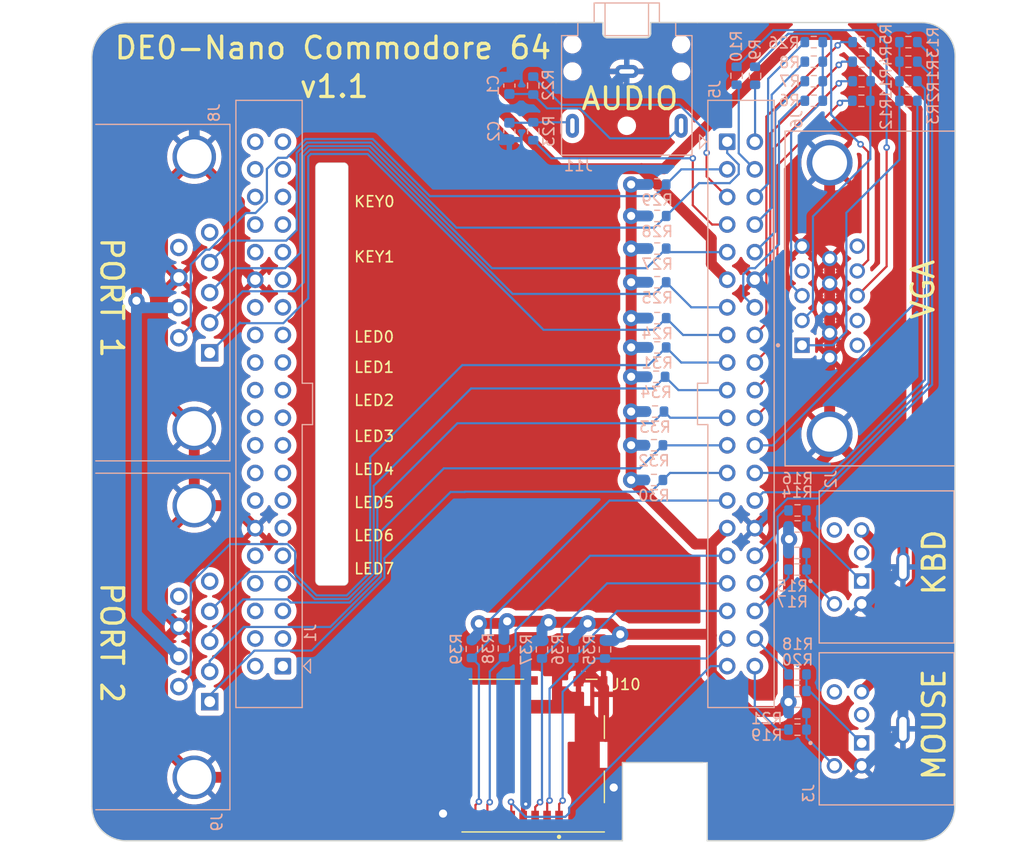
<source format=kicad_pcb>
(kicad_pcb (version 20240108) (generator "pcbnew") (generator_version "8.0")
  (title_block (title "DE0-NANO_RGB2VGA") (date "2024-01-05") (rev "012") (company "Brian K. White - b.kenyon.w@gmail.com") (comment 1 "github.com/bkw777/rgb2vga") (comment 2 "Based on FPGA RGB2VGA by Luis Antoniosi"))
  (layers (0 "F.Cu" signal "Top") (31 "B.Cu" signal "Bottom") (34 "B.Paste" user) (35 "F.Paste" user) (36 "B.SilkS" user "B.Silkscreen") (37 "F.SilkS" user "F.Silkscreen") (38 "B.Mask" user) (39 "F.Mask" user) (44 "Edge.Cuts" user))
  (net 0 "")
  (net 1 "GND")
  (net 2 "+5V")
  (net 3 "/R2")
  (net 4 "/R1")
  (net 5 "/R0")
  (net 6 "/G2")
  (net 7 "/G1")
  (net 8 "/G0")
  (net 9 "/B1")
  (net 10 "/B2")
  (net 11 "/B0")
  (net 12 "/HS")
  (net 13 "/VS")
  (net 20 "/VGA_V")
  (net 21 "/VGA_H")
  (net 22 "/VGA_B")
  (net 23 "/VGA_G")
  (net 24 "/VGA_R")
  (net 48 "unconnected-(J1-Pin_27-Pad27)")
  (net 49 "+3V3")
  (net 51 "unconnected-(J1-Pin_32-Pad32)")
  (net 56 "Net-(J2-Pad1)")
  (net 58 "Net-(J2-Pad5)")
  (net 60 "Net-(J3-Pad1)")
  (net 62 "Net-(J3-Pad5)")
  (net 64 "/J1_UP")
  (net 65 "/J1_DOWN")
  (net 66 "/J1_LEFT")
  (net 67 "/J1_RIGHT")
  (net 68 "/J1_FIRE")
  (net 73 "/J2_UP")
  (net 74 "/B3")
  (net 75 "/J2_DOWN")
  (net 76 "/J2_LEFT")
  (net 77 "/J2_RIGHT")
  (net 78 "/J2_FIRE")
  (net 79 "/G3")
  (net 80 "/PWM_L")
  (net 81 "/PWM_R")
  (net 82 "/SD_DAT0")
  (net 83 "/SD_DAT1")
  (net 84 "/R3")
  (net 85 "/SD_DAT2")
  (net 86 "/PS2_0_DAT")
  (net 87 "/SD_DAT3")
  (net 88 "/PS2_0_CLK")
  (net 89 "/SD_CLK")
  (net 90 "/PS2_1_DAT")
  (net 91 "/SD_CMD")
  (net 92 "/PS2_1_CLK")
  (net 98 "unconnected-(J1-Pin_29-Pad29)")
  (net 99 "Net-(C1-Pad1)")
  (net 100 "Net-(C2-Pad1)")
  (footprint "000_LOCAL:DE0-Nano_bare" (layer "F.Cu") (at 143.1925 103.652 -90)
    (property "Reference" "DE0-Nano" (hide yes))
    (property "Value" "DE0-Nano_bare")
  )
  (footprint "000_LOCAL:MOLEX_503398-1892" (layer "F.Cu") (at 145.7825 133.33 180)
    (property "Reference" "J10")
    (property "Value" "SD_Card")
  )
  (footprint "000_LOCAL:AMPHENOL_ICD15S13E4GV00LF" (layer "B.Cu") (at 173.0525 91.26 -90)
    (property "Reference" "J6")
    (property "Value" "VGA")
  )
  (footprint "Capacitor_SMD:C_0603_1608Metric" (layer "B.Cu") (at 143.5925 71.665 90)
    (property "Reference" "C1")
    (property "Value" "10n")
  )
  (footprint "Capacitor_SMD:C_0603_1608Metric" (layer "B.Cu") (at 143.5925 75.865 -90)
    (property "Reference" "C2")
    (property "Value" "10n")
  )
  (footprint "Resistor_SMD:R_0603_1608Metric" (layer "B.Cu") (at 180.2925 69.465 180)
    (property "Reference" "R1")
    (property "Value" "1k")
  )
  (footprint "Resistor_SMD:R_0603_1608Metric" (layer "B.Cu") (at 180.2925 71.265 180)
    (property "Reference" "R2")
    (property "Value" "2k")
  )
  (footprint "Resistor_SMD:R_0603_1608Metric" (layer "B.Cu") (at 180.2925 73.065 180)
    (property "Reference" "R3")
    (property "Value" "3.9K")
  )
  (footprint "Resistor_SMD:R_0603_1608Metric" (layer "B.Cu") (at 175.9925 69.465)
    (property "Reference" "R4")
    (property "Value" "2k")
  )
  (footprint "Resistor_SMD:R_0603_1608Metric" (layer "B.Cu") (at 175.9925 67.665)
    (property "Reference" "R5")
    (property "Value" "3.9K")
  )
  (footprint "Resistor_SMD:R_0603_1608Metric" (layer "B.Cu") (at 171.5925 73.065)
    (property "Reference" "R6")
    (property "Value" "510")
  )
  (footprint "Resistor_SMD:R_0603_1608Metric" (layer "B.Cu") (at 171.5925 71.265)
    (property "Reference" "R7")
    (property "Value" "1k")
  )
  (footprint "Resistor_SMD:R_0603_1608Metric" (layer "B.Cu") (at 171.5925 69.465)
    (property "Reference" "R8")
    (property "Value" "2k")
  )
  (footprint "Resistor_SMD:R_0603_1608Metric" (layer "B.Cu") (at 166.1925 70.765 90)
    (property "Reference" "R9")
    (property "Value" "47")
  )
  (footprint "Resistor_SMD:R_0603_1608Metric" (layer "B.Cu") (at 164.4925 70.765 90)
    (property "Reference" "R10")
    (property "Value" "47")
  )
  (footprint "Resistor_SMD:R_0603_1608Metric" (layer "B.Cu") (at 175.9925 71.265)
    (property "Reference" "R11")
    (property "Value" "1k")
  )
  (footprint "Resistor_SMD:R_0603_1608Metric" (layer "B.Cu") (at 175.9675 73.065)
    (property "Reference" "R12")
    (property "Value" "510")
  )
  (footprint "Resistor_SMD:R_0603_1608Metric" (layer "B.Cu") (at 180.2925 67.665 180)
    (property "Reference" "R13")
    (property "Value" "510")
  )
  (footprint "Resistor_SMD:R_0603_1608Metric" (layer "B.Cu") (at 170.0925 112.24 180)
    (property "Reference" "R14")
    (property "Value" "2K")
  )
  (footprint "Resistor_SMD:R_0603_1608Metric" (layer "B.Cu") (at 170.0925 114.681 180)
    (property "Reference" "R15")
    (property "Value" "2K")
  )
  (footprint "Resistor_SMD:R_0603_1608Metric" (layer "B.Cu") (at 170.0925 110.765)
    (property "Reference" "R16")
    (property "Value" "120")
  )
  (footprint "Resistor_SMD:R_0603_1608Metric" (layer "B.Cu") (at 170.0925 116.205)
    (property "Reference" "R17")
    (property "Value" "120")
  )
  (footprint "Resistor_SMD:R_0603_1608Metric" (layer "B.Cu") (at 170.0925 125.857)
    (property "Reference" "R18")
    (property "Value" "120")
  )
  (footprint "Resistor_SMD:R_0603_1608Metric" (layer "B.Cu") (at 170.0925 130.937)
    (property "Reference" "R19")
    (property "Value" "120")
  )
  (footprint "Resistor_SMD:R_0603_1608Metric" (layer "B.Cu") (at 170.0925 127.381 180)
    (property "Reference" "R20")
    (property "Value" "2K")
  )
  (footprint "Resistor_SMD:R_0603_1608Metric" (layer "B.Cu") (at 170.0925 129.413 180)
    (property "Reference" "R21")
    (property "Value" "2K")
  )
  (footprint "Resistor_SMD:R_0603_1608Metric" (layer "B.Cu") (at 145.7925 71.665 -90)
    (property "Reference" "R22")
    (property "Value" "4.7k")
  )
  (footprint "Resistor_SMD:R_0603_1608Metric" (layer "B.Cu") (at 145.7925 75.865 90)
    (property "Reference" "R23")
    (property "Value" "4.7k")
  )
  (footprint "Resistor_SMD:R_0603_1608Metric" (layer "B.Cu") (at 157.1925 93.065)
    (property "Reference" "R24")
    (property "Value" "10k")
  )
  (footprint "Resistor_SMD:R_0603_1608Metric" (layer "B.Cu") (at 157.1925 89.765)
    (property "Reference" "R25")
    (property "Value" "10k")
  )
  (footprint "Resistor_SMD:R_0603_1608Metric" (layer "B.Cu") (at 171.5925 67.665)
    (property "Reference" "R26")
    (property "Value" "3.9K")
  )
  (footprint "Resistor_SMD:R_0603_1608Metric" (layer "B.Cu") (at 157.1925 86.665)
    (property "Reference" "R27")
    (property "Value" "10k")
  )
  (footprint "000_LOCAL:CUI_MD-60S" (layer "B.Cu") (at 179.7925 115.965 -90)
    (property "Reference" "J2")
    (property "Value" "PS2_0")
  )
  (footprint "000_LOCAL:PinSocket_2x20_P2.54mm_Polarized_Vertical" (layer "B.Cu") (at 122.76 125.095)
    (property "Reference" "J1")
    (property "Value" "GPIO_0")
  )
  (footprint "Resistor_SMD:R_0603_1608Metric" (layer "B.Cu") (at 157.1925 83.665)
    (property "Reference" "R28")
    (property "Value" "10k")
  )
  (footprint "000_LOCAL:CUI_MD-60S" (layer "B.Cu") (at 179.7925 130.865 -90)
    (property "Reference" "J3")
    (property "Value" "PS2_1")
  )
  (footprint "000_LOCAL:PinSocket_2x20_P2.54mm_Polarized_Vertical" (layer "B.Cu") (at 163.6286 76.835 180)
    (property "Reference" "J5")
    (property "Value" "GPIO_1")
  )
  (footprint "Connector_Dsub:DSUB-9_Male_Horizontal_P2.77x2.84mm_EdgePinOffset7.70mm_Housed_MountingHolesOffset9.12mm" (layer "B.Cu") (at 116.0325 96.26 90)
    (property "Reference" "J8")
    (property "Value" "JOYSTICK_1")
  )
  (footprint "Resistor_SMD:R_0603_1608Metric" (layer "B.Cu") (at 156.8925 107.965)
    (property "Reference" "R30")
    (property "Value" "10k")
  )
  (footprint "Resistor_SMD:R_0603_1608Metric" (layer "B.Cu") (at 157.1925 95.765)
    (property "Reference" "R31")
    (property "Value" "10k")
  )
  (footprint "000_LOCAL:Jack_3.5mm_CUI_SJ1-3523N_Horizontal" (layer "B.Cu") (at 154.3925 70.365)
    (property "Reference" "J11")
    (property "Value" "AUDIO")
    (fp_line (start -2.2 -4.5) (end -6.5 -4.5) (stroke (width 0.12)) (layer "Edge.Cuts"))
    (fp_line (start -2.2 -3.5) (end -2.2 -4.5) (stroke (width 0.12)) (layer "Edge.Cuts"))
    (fp_line (start 1.8 -3.1) (end -1.8 -3.1) (stroke (width 0.12)) (layer "Edge.Cuts"))
    (fp_line (start 2.2 -4.5) (end 6.5 -4.5) (stroke (width 0.12)) (layer "Edge.Cuts"))
    (fp_line (start 2.2 -3.5) (end 2.2 -4.5) (stroke (width 0.12)) (layer "Edge.Cuts"))
    (fp_arc (start -1.8 -3.1) (mid -2.082842 -3.217158) (end -2.2 -3.5) (stroke (width 0.12)) (layer "Edge.Cuts"))
    (fp_arc (start 2.2 -3.5) (mid 2.082843 -3.217157) (end 1.8 -3.1) (stroke (width 0.12)) (layer "Edge.Cuts"))
  )
  (footprint "Resistor_SMD:R_0603_1608Metric" (layer "B.Cu") (at 146.5925 123.565 -90)
    (property "Reference" "R37")
    (property "Value" "10k")
  )
  (footprint "Connector_Dsub:DSUB-9_Male_Horizontal_P2.77x2.84mm_EdgePinOffset7.70mm_Housed_MountingHolesOffset9.12mm" (layer "B.Cu") (at 116.0325 128.365 90)
    (property "Reference" "J9")
    (property "Value" "JOYSTICK_2")
  )
  (footprint "Resistor_SMD:R_0603_1608Metric" (layer "B.Cu") (at 156.8925 104.765)
    (property "Reference" "R32")
    (property "Value" "10k")
  )
  (footprint "Resistor_SMD:R_0603_1608Metric" (layer "B.Cu") (at 157.1925 80.765)
    (property "Reference" "R29")
    (property "Value" "10k")
  )
  (footprint "Resistor_SMD:R_0603_1608Metric" (layer "B.Cu") (at 157.0925 98.465)
    (property "Reference" "R34")
    (property "Value" "10k")
  )
  (footprint "Resistor_SMD:R_0603_1608Metric" (layer "B.Cu") (at 143.0925 123.465 -90)
    (property "Reference" "R38")
    (property "Value" "10k")
  )
  (footprint "Resistor_SMD:R_0603_1608Metric" (layer "B.Cu") (at 152.3925 123.565 -90)
    (property "Reference" "R35")
    (property "Value" "10k")
  )
  (footprint "Resistor_SMD:R_0603_1608Metric" (layer "B.Cu") (at 149.4925 123.565 -90)
    (property "Reference" "R36")
    (property "Value" "10k")
  )
  (footprint "Resistor_SMD:R_0603_1608Metric" (layer "B.Cu") (at 156.9925 101.665)
    (property "Reference" "R33")
    (property "Value" "10k")
  )
  (footprint "Resistor_SMD:R_0603_1608Metric" (layer "B.Cu") (at 140.1425 123.515 -90)
    (property "Reference" "R39")
    (property "Value" "10k")
  )
  (gr_arc (start 105.1925 69.04) (mid 106.222436 66.753515) (end 108.5675 65.865) (stroke (width 0.12)) (layer "Edge.Cuts"))
  (gr_arc (start 184.5675 137.99) (mid 183.637564 140.235064) (end 181.3925 141.165) (stroke (width 0.12)) (layer "Edge.Cuts"))
  (gr_arc (start 108.3675 141.165) (mid 106.122436 140.235064) (end 105.1925 137.99) (stroke (width 0.12)) (layer "Edge.Cuts"))
  (gr_line (start 184.5675 137.99) (end 184.5925 69.04) (stroke (width 0.12)) (layer "Edge.Cuts"))
  (gr_line (start 105.1925 69.04) (end 105.1925 137.99) (stroke (width 0.12)) (layer "Edge.Cuts"))
  (gr_line (start 161.3925 133.965) (end 161.7925 133.965) (stroke (width 0.05)) (layer "Edge.Cuts"))
  (gr_line (start 153.9925 133.965) (end 161.3925 133.965) (stroke (width 0.12)) (layer "Edge.Cuts"))
  (gr_line (start 161.7925 141.165) (end 181.3925 141.165) (stroke (width 0.12)) (layer "Edge.Cuts"))
  (gr_line (start 160.8925 65.865) (end 181.6175 65.865) (stroke (width 0.12)) (layer "Edge.Cuts"))
  (gr_line (start 153.9925 141.165) (end 153.9925 133.965) (stroke (width 0.12)) (layer "Edge.Cuts"))
  (gr_line (start 128.76698 79.19052) (end 128.767501 117.240001) (stroke (width 0.05)) (layer "Edge.Cuts"))
  (gr_arc (start 128.34198 78.76552) (mid 128.6425 78.89) (end 128.76698 79.19052) (stroke (width 0.05)) (layer "Edge.Cuts"))
  (gr_arc (start 181.6175 65.865) (mid 183.762563 66.836357) (end 184.5925 69.04) (stroke (width 0.12)) (layer "Edge.Cuts"))
  (gr_line (start 126.19302 78.76552) (end 128.34198 78.76552) (stroke (width 0.05)) (layer "Edge.Cuts"))
  (gr_arc (start 128.767501 117.240001) (mid 128.643021 117.540521) (end 128.342501 117.665001) (stroke (width 0.05)) (layer "Edge.Cuts"))
  (gr_arc (start 125.76802 79.19052) (mid 125.8925 78.89) (end 126.19302 78.76552) (stroke (width 0.05)) (layer "Edge.Cuts"))
  (gr_line (start 128.342501 117.665001) (end 126.192499 117.665001) (stroke (width 0.05)) (layer "Edge.Cuts"))
  (gr_line (start 147.8925 65.865) (end 108.5675 65.865) (stroke (width 0.12)) (layer "Edge.Cuts"))
  (gr_line (start 161.7925 133.965) (end 161.7925 141.165) (stroke (width 0.12)) (layer "Edge.Cuts"))
  (gr_arc (start 126.192499 117.665001) (mid 125.891979 117.540521) (end 125.767499 117.240001) (stroke (width 0.05)) (layer "Edge.Cuts"))
  (gr_line (start 108.3675 141.165) (end 153.9925 141.165) (stroke (width 0.12)) (layer "Edge.Cuts"))
  (gr_line (start 125.767499 117.240001) (end 125.76802 79.19052) (stroke (width 0.05)) (layer "Edge.Cuts"))
  (gr_text "PORT 2" (at 105.8545 117.221 270) (layer "F.SilkS") (effects (font (size 2 2) (thickness 0.3)) (justify left bottom)))
  (gr_text "LED6" (at 129.2225 113.665 0) (layer "F.SilkS") (effects (font (size 1 1) (thickness 0.15) (bold yes)) (justify left bottom)))
  (gr_text "MOUSE" (at 183.8325 135.763 90) (layer "F.SilkS") (effects (font (size 2 2) (thickness 0.3)) (justify left bottom)))
  (gr_text "LED2" (at 129.2225 101.219 0) (layer "F.SilkS") (effects (font (size 1 1) (thickness 0.15) (bold yes)) (justify left bottom)))
  (gr_text "VGA" (at 182.8165 93.345 90) (layer "F.SilkS") (effects (font (size 2 2) (thickness 0.3)) (justify left bottom)))
  (gr_text "LED0" (at 129.2225 95.377 0) (layer "F.SilkS") (effects (font (size 1 1) (thickness 0.15) (bold yes)) (justify left bottom)))
  (gr_text "LED1" (at 129.2225 98.171 0) (layer "F.SilkS") (effects (font (size 1 1) (thickness 0.15) (bold yes)) (justify left bottom)))
  (gr_text "KEY0" (at 129.2225 82.931 0) (layer "F.SilkS") (effects (font (size 1 1) (thickness 0.15) (bold yes)) (justify left bottom)))
  (gr_text "AUDIO" (at 150.0505 74.041 0) (layer "F.SilkS") (effects (font (size 2 2) (thickness 0.3)) (justify left bottom)))
  (gr_text "LED3" (at 129.2225 104.521 0) (layer "F.SilkS") (effects (font (size 1 1) (thickness 0.15) (bold yes)) (justify left bottom)))
  (gr_text "LED7" (at 129.2225 116.713 0) (layer "F.SilkS") (effects (font (size 1 1) (thickness 0.15) (bold yes)) (justify left bottom)))
  (gr_text "LED4" (at 129.2225 107.569 0) (layer "F.SilkS") (effects (font (size 1 1) (thickness 0.15) (bold yes)) (justify left bottom)))
  (gr_text "KEY1" (at 129.2225 88.011 0) (layer "F.SilkS") (effects (font (size 1 1) (thickness 0.15) (bold yes)) (justify left bottom)))
  (gr_text "PORT 1" (at 105.8545 85.471 270) (layer "F.SilkS") (effects (font (size 2 2) (thickness 0.3)) (justify left bottom)))
  (gr_text "LED5" (at 129.2225 110.617 0) (layer "F.SilkS") (effects (font (size 1 1) (thickness 0.15) (bold yes)) (justify left bottom)))
  (gr_text "v1.1" (at 124.1425 71.755 0) (layer "F.SilkS") (effects (font (size 2 2) (thickness 0.3)) (justify left)))
  (gr_text "KBD" (at 183.8325 118.745 90) (layer "F.SilkS") (effects (font (size 2 2) (thickness 0.3)) (justify left bottom)))
  (gr_text "DE0-Nano Commodore 64" (at 107.1245 68.199 0) (layer "F.SilkS") (effects (font (size 2 2) (thickness 0.3)) (justify left)))
  (segment (start 114.6125 103.22) (end 111.6925 100.3) (width 1) (layer "F.Cu") (net 1))
  (segment (start 153.965129 132.693001) (end 153.965129 132.861) (width 1) (layer "F.Cu") (net 1))
  (segment (start 111.6925 81.14) (end 111.6925 87.835) (width 1) (layer "F.Cu") (net 1))
  (segment (start 114.6125 135.325) (end 131.9625 135.325) (width 1) (layer "F.Cu") (net 1))
  (segment (start 173.0525 83.905) (end 170.5125 86.445) (width 1) (layer "F.Cu") (net 1))
  (segment (start 133.1075 134.28) (end 133.1075 134.18) (width 1) (layer "F.Cu") (net 1))
  (segment (start 151.234868 126.09182) (end 152.2625 127.119452) (width 1) (layer "F.Cu") (net 1))
  (segment (start 142.6725 139.39) (end 142.6725 140.59) (width 0.4) (layer "F.Cu") (net 1))
  (segment (start 152.2625 127.69) (end 152.2625 131.39882) (width 1) (layer "F.Cu") (net 1))
  (segment (start 142.6225 140.64) (end 139.4225 140.64) (width 0.4) (layer "F.Cu") (net 1))
  (segment (start 139.3925 140.61) (end 139.3925 138.465) (width 0.4) (layer "F.Cu") (net 1))
  (segment (start 133.1075 134.28) (end 139.1525 128.235) (width 1) (layer "F.Cu") (net 1))
  (segment (start 152.825948 131.55382) (end 153.965129 132.693001) (width 1) (layer "F.Cu") (net 1))
  (segment (start 173.0525 92.145) (end 173.0525 94.425) (width 1) (layer "F.Cu") (net 1))
  (segment (start 153.1925 133.633629) (end 153.965129 132.861) (width 1) (layer "F.Cu") (net 1))
  (segment (start 120.22 89.535) (end 118.758 88.073) (width 1) (layer "F.Cu") (net 1))
  (segment (start 137.4925 138.665) (end 139.1125 138.665) (width 1) (layer "F.Cu") (net 1))
  (segment (start 149.9525 126.399712) (end 150.260392 126.09182) (width 1) (layer "F.Cu") (net 1))
  (segment (start 173.0525 89.865) (end 173.0525 92.145) (width 1) (layer "F.Cu") (net 1))
  (segment (start 114.6125 110.325) (end 111.6925 113.245) (width 1) (layer "F.Cu") (net 1))
  (segment (start 118.15 110.325) (end 120.22 112.395) (width 1) (layer "F.Cu") (net 1))
  (segment (start 170.5125 86.445) (end 171.9125 86.445) (width 1) (layer "F.Cu") (net 1))
  (segment (start 139.4225 140.64) (end 139.3925 140.61) (width 0.4) (layer "F.Cu") (net 1))
  (segment (start 118.758 82.3655) (end 114.6125 78.22) (width 1) (layer "F.Cu") (net 1))
  (segment (start 111.6925 87.835) (end 113.1925 89.335) (width 1) (layer "F.Cu") (net 1))
  (segment (start 111.6925 119.94) (end 113.1925 121.44) (width 1) (layer "F.Cu") (net 1))
  (segment (start 149.9525 126.49) (end 149.9525 126.399712) (width 1) (layer "F.Cu") (net 1))
  (segment (start 153.1925 138.235) (end 153.1925 133.633629) (width 1) (layer "F.Cu") (net 1))
  (segment (start 153.965129 132.861) (end 174.074056 132.861) (width 1) (layer "F.Cu") (net 1))
  (segment (start 152.2625 127.119452) (end 152.2625 127.69) (width 1) (layer "F.Cu") (net 1))
  (segment (start 114.6125 103.22) (end 114.6125 110.325) (width 1) (layer "F.Cu") (net 1))
  (segment (start 114.6125 78.22) (end 111.6925 81.14) (width 1) (layer "F.Cu") (net 1))
  (segment (start 111.6925 122.94) (end 113.1925 121.44) (width 1) (layer "F.Cu") (net 1))
  (segment (start 175.478056 134.265) (end 175.9925 134.265) (width 1) (layer "F.Cu") (net 1))
  (segment (start 152.7475 138.235) (end 152.0425 138.94) (width 1) (layer "F.Cu") (net 1))
  (segment (start 173.0525 87.585) (end 173.0525 89.865) (width 1) (layer "F.Cu") (net 1))
  (segment (start 179.7925 115.965) (end 179.7925 110.495) (width 1) (layer "F.Cu") (net 1))
  (segment (start 152.2625 131.39882) (end 152.4175 131.55382) (width 1) (layer "F.Cu") (net 1))
  (segment (start 114.6125 135.325) (end 111.6925 132.405) (width 1) (layer "F.Cu") (net 1))
  (segment (start 173.0525 105.5111) (end 173.0525 103.755) (width 1) (layer "F.Cu") (net 1))
  (segment (start 173.0525 96.705) (end 173.0525 103.755) (width 1) (layer "F.Cu") (net 1))
  (segment (start 139.1525 128.235) (end 139.1525 127.69) (width 1) (layer "F.Cu") (net 1))
  (segment (start 166.1686 112.395) (end 173.0525 105.5111) (width 1) (layer "F.Cu") (net 1))
  (segment (start 131.9625 135.325) (end 133.1075 134.18) (width 1) (layer "F.Cu") (net 1))
  (segment (start 139.3925 138.465) (end 139.3825 138.455) (width 0.4) (layer "F.Cu") (net 1))
  (segment (start 152.4175 131.55382) (end 152.825948 131.55382) (width 1) (layer "F.Cu") (net 1))
  (segment (start 111.6925 100.3) (end 111.6925 90.835) (width 1) (layer "F.Cu") (net 1))
  (segment (start 173.0525 78.765) (end 173.0525 83.905) (width 1) (layer "F.Cu") (net 1))
  (segment (start 137.4925 138.665) (end 133.1075 134.28) (width 1) (layer "F.Cu") (net 1))
  (segment (start 114.6125 110.325) (end 118.15 110.325) (width 1) (layer "F.Cu") (net 1))
  (segment (start 139.1125 138.665) (end 139.1125 138.455) (width 1) (layer "F.Cu") (net 1))
  (segment (start 111.6925 113.245) (end 111.6925 119.94) (width 1) (layer "F.Cu") (net 1))
  (segment (start 118.758 88.073) (end 118.758 82.3655) (width 1) (layer "F.Cu") (net 1))
  (segment (start 173.0525 94.425) (end 173.0525 96.705) (width 1) (layer "F.Cu") (net 1))
  (segment (start 111.6925 132.405) (end 111.6925 122.94) (width 1) (layer "F.Cu") (net 1))
  (segment (start 171.9125 86.445) (end 173.0525 87.585) (width 1) (layer "F.Cu") (net 1))
  (segment (start 153.1925 138.235) (end 152.7475 138.235) (width 1) (layer "F.Cu") (net 1))
  (segment (start 142.6725 140.59) (end 142.6225 140.64) (width 0.4) (layer "F.Cu") (net 1))
  (segment (start 179.7925 110.495) (end 173.0525 103.755) (width 1) (layer "F.Cu") (net 1))
  (segment (start 150.260392 126.09182) (end 151.234868 126.09182) (width 1) (layer "F.Cu") (net 1))
  (segment (start 174.074056 132.861) (end 175.478056 134.265) (width 1) (layer "F.Cu") (net 1))
  (segment (start 111.6925 90.835) (end 113.1925 89.335) (width 1) (layer "F.Cu") (net 1))
  (via (at 137.4925 138.665) (size 1.5) (drill 0.75) (layers "F.Cu" "B.Cu") (net 1))
  (via (at 153.1925 136.265) (size 1.5) (drill 0.75) (layers "F.Cu" "B.Cu") (net 1))
  (segment (start 169.1085 92.4749) (end 169.1085 96.969) (width 1) (layer "B.Cu") (net 1))
  (segment (start 153.1925 136.265) (end 149.7655 139.692) (width 1) (layer "B.Cu") (net 1))
  (segment (start 179.7925 123.165) (end 175.9925 119.365) (width 1) (layer "B.Cu") (net 1))
  (segment (start 175.9925 119.365) (end 176.3925 119.365) (width 1) (layer "B.Cu") (net 1))
  (segment (start 142.928854 70.89) (end 141.9925 71.826354) (width 1) (layer "B.Cu") (net 1))
  (segment (start 141.9925 71.826354) (end 141.9925 75.265) (width 1) (layer "B.Cu") (net 1))
  (segment (start 146.570098 69.44) (end 145.014902 69.44) (width 1) (layer "B.Cu") (net 1))
  (segment (start 179.7925 130.865) (end 179.7925 123.165) (width 1) (layer "B.Cu") (net 1))
  (segment (start 117.7925 69.765) (end 114.6125 72.945) (width 1) (layer "B.Cu") (net 1))
  (segment (start 149.7655 139.692) (end 138.5195 139.692) (width 1) (layer "B.Cu") (net 1))
  (segment (start 141.9925 75.703646) (end 142.928854 76.64) (width 1) (layer "B.Cu") (net 1))
  (segment (start 142.928854 76.64) (end 143.5925 76.64) (width 1) (layer "B.Cu") (net 1))
  (segment (start 166.1686 89.535) (end 169.1085 92.4749) (width 1) (layer "B.Cu") (net 1))
  (segment (start 147.9465 70.816402) (end 146.570098 69.44) (width 1) (layer "B.Cu") (net 1))
  (segment (start 175.9925 134.265) (end 176.3925 134.265) (width 1) (layer "B.Cu") (net 1))
  (segment (start 176.3925 119.365) (end 179.7925 115.965) (width 1) (layer "B.Cu") (net 1))
  (segment (start 154.3925 70.365) (end 152.8385 71.919) (width 1) (layer "B.Cu") (net 1))
  (segment (start 114.6125 72.945) (end 114.6125 78.22) (width 1) (layer "B.Cu") (net 1))
  (segment (start 143.5925 70.862402) (end 143.5925 70.89) (width 1) (layer "B.Cu") (net 1))
  (segment (start 145.014902 69.44) (end 143.5925 70.862402) (width 1) (layer "B.Cu") (net 1))
  (segment (start 169.1085 96.969) (end 169.5045 97.365) (width 1) (layer "B.Cu") (net 1))
  (segment (start 141.9925 71.765) (end 139.9925 69.765) (width 1) (layer "B.Cu") (net 1))
  (segment (start 152.8385 71.919) (end 147.9465 71.919) (width 1) (layer "B.Cu") (net 1))
  (segment (start 138.5195 139.692) (end 137.4925 138.665) (width 1) (layer "B.Cu") (net 1))
  (segment (start 143.5925 70.89) (end 142.928854 70.89) (width 1) (layer "B.Cu") (net 1))
  (segment (start 141.9925 75.265) (end 141.9925 71.765) (width 1) (layer "B.Cu") (net 1))
  (segment (start 139.9925 69.765) (end 117.7925 69.765) (width 1) (layer "B.Cu") (net 1))
  (segment (start 176.3925 134.265) (end 179.7925 130.865) (width 1) (layer "B.Cu") (net 1))
  (segment (start 172.3925 97.365) (end 173.0525 96.705) (width 1) (layer "B.Cu") (net 1))
  (segment (start 169.5045 97.365) (end 172.3925 97.365) (width 1) (layer "B.Cu") (net 1))
  (segment (start 141.9925 75.265) (end 141.9925 75.703646) (width 1) (layer "B.Cu") (net 1))
  (segment (start 147.9465 71.919) (end 147.9465 70.816402) (width 1) (layer "B.Cu") (net 1))
  (segment (start 175.9925 112.565) (end 177.3965 113.969) (width 1) (layer "F.Cu") (net 2))
  (segment (start 109.2925 76.465) (end 109.2925 91.465) (width 1) (layer "F.Cu") (net 2))
  (segment (start 162.1666 88.073) (end 163.6286 89.535) (width 1) (layer "F.Cu") (net 2))
  (segment (start 162.1666 85.7391) (end 162.1666 88.073) (width 1) (layer "F.Cu") (net 2))
  (segment (start 155.7425 79.315) (end 162.1666 85.7391) (width 1) (layer "F.Cu") (net 2))
  (segment (start 174.206714 66.965) (end 181.1075 73.865786) (width 1) (layer "F.Cu") (net 2))
  (segment (start 181.1075 73.865786) (end 181.1075 117.259691) (width 1) (layer "F.Cu") (net 2))
  (segment (start 139.7925 70.965) (end 114.7925 70.965) (width 1) (layer "F.Cu") (net 2))
  (segment (start 114.7925 70.965) (end 109.2925 76.465) (width 1) (layer "F.Cu") (net 2))
  (segment (start 178.802191 119.565) (end 177.3965 119.565) (width 1) (layer "F.Cu") (net 2))
  (segment (start 177.3965 119.565) (end 177.3965 126.061) (width 1) (layer "F.Cu") (net 2))
  (segment (start 155.7425 79.315) (end 148.1425 79.315) (width 1) (layer "F.Cu") (net 2))
  (segment (start 181.1075 117.259691) (end 178.802191 119.565) (width 1) (layer "F.Cu") (net 2))
  (segment (start 148.1425 79.315) (end 139.7925 70.965) (width 1) (layer "F.Cu") (net 2))
  (segment (start 157.8425 79.315) (end 170.1925 66.965) (width 1) (layer "F.Cu") (net 2))
  (segment (start 177.3965 126.061) (end 175.9925 127.465) (width 1) (layer "F.Cu") (net 2))
  (segment (start 177.3965 113.969) (end 177.3965 119.565) (width 1) (layer "F.Cu") (net 2))
  (segment (start 155.7425 79.315) (end 157.8425 79.315) (width 1) (layer "F.Cu") (net 2))
  (segment (start 170.1925 66.965) (end 174.206714 66.965) (width 1) (layer "F.Cu") (net 2))
  (via (at 109.2925 91.465) (size 1.5) (drill 0.75) (layers "F.Cu" "B.Cu") (net 2))
  (segment (start 109.2925 120.31) (end 109.2925 91.465) (width 1) (layer "B.Cu") (net 2))
  (segment (start 113.1925 92.105) (end 109.9325 92.105) (width 1) (layer "B.Cu") (net 2))
  (segment (start 109.9325 92.105) (end 109.2925 91.465) (width 1) (layer "B.Cu") (net 2))
  (segment (start 113.1925 124.21) (end 109.2925 120.31) (width 1) (layer "B.Cu") (net 2))
  (segment (start 182.1445 70.492) (end 182.1445 99.013) (width 0.2) (layer "B.Cu") (net 3))
  (segment (start 181.1175 69.465) (end 182.1445 70.492) (width 0.2) (layer "B.Cu") (net 3))
  (segment (start 170.364499 109.093001) (end 172.064499 109.093001) (width 0.2) (layer "B.Cu") (net 3))
  (segment (start 172.064499 109.093001) (end 182.1445 99.013) (width 0.2) (layer "B.Cu") (net 3))
  (segment (start 166.1686 109.855) (end 166.930599 109.093001) (width 0.2) (layer "B.Cu") (net 3))
  (segment (start 166.930599 109.093001) (end 170.364499 109.093001) (width 0.2) (layer "B.Cu") (net 3))
  (segment (start 166.1686 107.315) (end 173.2425 107.315) (width 0.2) (layer "B.Cu") (net 4))
  (segment (start 173.2425 107.315) (end 181.8175 98.74) (width 0.2) (layer "B.Cu") (net 4))
  (segment (start 181.1175 71.265) (end 181.8175 71.965) (width 0.2) (layer "B.Cu") (net 4))
  (segment (start 181.8175 71.965) (end 181.8175 98.74) (width 0.2) (layer "B.Cu") (net 4))
  (segment (start 181.1175 73.065) (end 181.1175 91.459871) (width 0.2) (layer "B.Cu") (net 5))
  (segment (start 181.1175 91.459871) (end 167.802371 104.775) (width 0.2) (layer "B.Cu") (net 5))
  (segment (start 167.802371 104.775) (end 166.1686 104.775) (width 0.2) (layer "B.Cu") (net 5))
  (segment (start 167.9195 97.9441) (end 166.1686 99.695) (width 0.2) (layer "F.Cu") (net 6))
  (segment (start 173.8925 71.465) (end 167.9195 77.438) (width 0.2) (layer "F.Cu") (net 6))
  (segment (start 167.9195 77.438) (end 167.9195 97.9441) (width 0.2) (layer "F.Cu") (net 6))
  (via (at 173.8925 71.465) (size 0.6) (drill 0.3) (layers "F.Cu" "B.Cu") (net 6))
  (segment (start 174.0925 71.265) (end 173.8925 71.465) (width 0.2) (layer "B.Cu") (net 6))
  (segment (start 175.1675 71.265) (end 174.0925 71.265) (width 0.2) (layer "B.Cu") (net 6))
  (segment (start 173.8925 69.765) (end 167.5925 76.065) (width 0.2) (layer "F.Cu") (net 7))
  (segment (start 167.5925 95.7311) (end 166.1686 97.155) (width 0.2) (layer "F.Cu") (net 7))
  (segment (start 167.5925 76.065) (end 167.5925 95.7311) (width 0.2) (layer "F.Cu") (net 7))
  (via (at 173.8925 69.765) (size 0.6) (drill 0.3) (layers "F.Cu" "B.Cu") (net 7))
  (segment (start 174.1925 69.465) (end 173.8925 69.765) (width 0.2) (layer "B.Cu") (net 7))
  (segment (start 175.1675 69.465) (end 174.1925 69.465) (width 0.2) (layer "B.Cu") (net 7))
  (segment (start 173.7925 67.965) (end 167.2306 74.5269) (width 0.2) (layer "F.Cu") (net 8))
  (segment (start 167.2306 74.5269) (end 167.2306 93.553) (width 0.2) (layer "F.Cu") (net 8))
  (segment (start 167.2306 93.553) (end 166.1686 94.615) (width 0.2) (layer "F.Cu") (net 8))
  (via (at 173.7925 67.965) (size 0.6) (drill 0.3) (layers "F.Cu" "B.Cu") (net 8))
  (segment (start 174.0925 67.665) (end 173.8925 67.865) (width 0.2) (layer "B.Cu") (net 8))
  (segment (start 173.8925 67.865) (end 173.7925 67.965) (width 0.2) (layer "B.Cu") (net 8))
  (segment (start 175.1675 67.665) (end 174.0925 67.665) (width 0.2) (layer "B.Cu") (net 8))
  (segment (start 167.7195 72.513) (end 167.7195 82.9041) (width 0.2) (layer "B.Cu") (net 9))
  (segment (start 167.7195 82.9041) (end 166.1686 84.455) (width 0.2) (layer "B.Cu") (net 9))
  (segment (start 170.7675 69.465) (end 167.7195 72.513) (width 0.2) (layer "B.Cu") (net 9))
  (segment (start 168.0465 85.1171) (end 166.1686 86.995) (width 0.2) (layer "B.Cu") (net 10))
  (segment (start 168.0465 73.986) (end 168.0465 85.1171) (width 0.2) (layer "B.Cu") (net 10))
  (segment (start 170.7675 71.265) (end 168.0465 73.986) (width 0.2) (layer "B.Cu") (net 10))
  (segment (start 167.3925 80.6911) (end 166.1686 81.915) (width 0.2) (layer "B.Cu") (net 11))
  (segment (start 170.7675 67.665) (end 167.3925 71.04) (width 0.2) (layer "B.Cu") (net 11))
  (segment (start 167.3925 71.04) (end 167.3925 80.6911) (width 0.2) (layer "B.Cu") (net 11))
  (segment (start 164.6906 77.897) (end 166.1686 79.375) (width 0.2) (layer "B.Cu") (net 12))
  (segment (start 164.4925 71.59) (end 164.6906 71.7881) (width 0.2) (layer "B.Cu") (net 12))
  (segment (start 164.6906 71.7881) (end 164.6906 77.897) (width 0.2) (layer "B.Cu") (net 12))
  (segment (start 166.1925 71.59) (end 166.1925 76.8111) (width 0.2) (layer "B.Cu") (net 13))
  (segment (start 166.1925 76.8111) (end 166.1686 76.835) (width 0.2) (layer "B.Cu") (net 13))
  (segment (start 175.8925 77.065) (end 176.5965 77.769) (width 0.2) (layer "F.Cu") (net 20))
  (segment (start 176.5965 87.721) (end 175.5925 88.725) (width 0.2) (layer "F.Cu") (net 20))
  (segment (start 176.5965 77.769) (end 176.5965 87.721) (width 0.2) (layer "F.Cu") (net 20))
  (via (at 175.8925 77.065) (size 0.6) (drill 0.3) (layers "F.Cu" "B.Cu") (net 20))
  (segment (start 172.830148 66.89) (end 173.1925 67.252352) (width 0.2) (layer "B.Cu") (net 20))
  (segment (start 173.1925 74.365) (end 175.8925 77.065) (width 0.2) (layer "B.Cu") (net 20))
  (segment (start 173.1925 67.252352) (end 173.1925 74.365) (width 0.2) (layer "B.Cu") (net 20))
  (segment (start 169.2425 66.89) (end 172.830148 66.89) (width 0.2) (layer "B.Cu") (net 20))
  (segment (start 166.1925 69.94) (end 169.2425 66.89) (width 0.2) (layer "B.Cu") (net 20))
  (segment (start 178.2925 88.305) (end 175.5925 91.005) (width 0.2) (layer "F.Cu") (net 21))
  (segment (start 178.2925 77.365) (end 178.2925 88.305) (width 0.2) (layer "F.Cu") (net 21))
  (via (at 178.2925 77.365) (size 0.6) (drill 0.3) (layers "F.Cu" "B.Cu") (net 21))
  (segment (start 178.2925 67.865) (end 178.2925 77.365) (width 0.2) (layer "B.Cu") (net 21))
  (segment (start 164.4925 69.94) (end 167.8695 66.563) (width 0.2) (layer "B.Cu") (net 21))
  (segment (start 167.8695 66.563) (end 176.9905 66.563) (width 0.2) (layer "B.Cu") (net 21))
  (segment (start 176.9905 66.563) (end 178.2925 67.865) (width 0.2) (layer "B.Cu") (net 21))
  (segment (start 172.4175 73.065) (end 169.5085 75.974) (width 0.2) (layer "B.Cu") (net 22))
  (segment (start 172.4175 67.665) (end 172.4175 69.465) (width 0.2) (layer "B.Cu") (net 22))
  (segment (start 172.4175 69.465) (end 172.4175 71.265) (width 0.2) (layer "B.Cu") (net 22))
  (segment (start 172.4175 71.265) (end 172.4175 73.065) (width 0.2) (layer "B.Cu") (net 22))
  (segment (start 169.5085 90.001) (end 170.5125 91.005) (width 0.2) (layer "B.Cu") (net 22))
  (segment (start 169.5085 75.974) (end 169.5085 90.001) (width 0.2) (layer "B.Cu") (net 22))
  (segment (start 171.5165 92.281) (end 170.5125 93.285) (width 0.2) (layer "B.Cu") (net 23))
  (segment (start 176.8175 69.465) (end 176.8175 71.265) (width 0.2) (layer "B.Cu") (net 23))
  (segment (start 176.8175 73.04) (end 176.7925 73.065) (width 0.2) (layer "B.Cu") (net 23))
  (segment (start 176.7925 78.430427) (end 171.5165 83.706427) (width 0.2) (layer "B.Cu") (net 23))
  (segment (start 176.8175 67.665) (end 176.8175 69.465) (width 0.2) (layer "B.Cu") (net 23))
  (segment (start 176.7925 73.065) (end 176.7925 78.430427) (width 0.2) (layer "B.Cu") (net 23))
  (segment (start 171.5165 83.706427) (end 171.5165 92.281) (width 0.2) (layer "B.Cu") (net 23))
  (segment (start 176.8175 71.265) (end 176.8175 73.04) (width 0.2) (layer "B.Cu") (net 23))
  (segment (start 179.4675 69.465) (end 179.4675 71.265) (width 0.2) (layer "B.Cu") (net 24))
  (segment (start 173.332371 95.565) (end 170.5125 95.565) (width 0.2) (layer "B.Cu") (net 24))
  (segment (start 179.4675 71.265) (end 179.4675 73.065) (width 0.2) (layer "B.Cu") (net 24))
  (segment (start 179.4675 78.49) (end 174.5885 83.369) (width 0.2) (layer "B.Cu") (net 24))
  (segment (start 174.5885 83.369) (end 174.5885 94.308871) (width 0.2) (layer "B.Cu") (net 24))
  (segment (start 179.4675 67.665) (end 179.4675 69.465) (width 0.2) (layer "B.Cu") (net 24))
  (segment (start 179.4675 73.065) (end 179.4675 78.49) (width 0.2) (layer "B.Cu") (net 24))
  (segment (start 174.5885 94.308871) (end 173.332371 95.565) (width 0.2) (layer "B.Cu") (net 24))
  (segment (start 122.8855 92.075) (end 122.76 92.075) (width 0.3048) (layer "B.Cu") (net 48))
  (segment (start 145.098311 137.795811) (end 145.098311 137.792128) (width 0.4) (layer "F.Cu") (net 49))
  (segment (start 154.7925 107.965) (end 160.6845 113.857) (width 1) (layer "F.Cu") (net 49))
  (segment (start 145.1175 137.815) (end 145.098311 137.795811) (width 0.4) (layer "F.Cu") (net 49))
  (segment (start 150.7925 121.165) (end 152.7925 121.165) (width 1) (layer "F.Cu") (net 49))
  (segment (start 154.7925 98.465) (end 154.7925 101.665) (width 1) (layer "F.Cu") (net 49))
  (segment (start 162.0666 122.165) (end 162.1666 122.265) (width 1) (layer "F.Cu") (net 49))
  (segment (start 154.7925 80.765) (end 154.7925 83.665) (width 1) (layer "F.Cu") (net 49))
  (segment (start 154.7925 89.765) (end 154.7925 93.065) (width 1) (layer "F.Cu") (net 49))
  (segment (start 150.6925 121.065) (end 150.7925 121.165) (width 1) (layer "F.Cu") (net 49))
  (segment (start 143.3925 120.965) (end 147.0925 120.965) (width 1) (layer "F.Cu") (net 49))
  (segment (start 152.7925 121.165) (end 153.7925 122.165) (width 1) (layer "F.Cu") (net 49))
  (segment (start 140.7925 121.165) (end 143.1925 121.165) (width 1) (layer "F.Cu") (net 49))
  (segment (start 154.7925 104.765) (end 154.7925 107.965) (width 1) (layer "F.Cu") (net 49))
  (segment (start 147.1925 121.065) (end 150.6925 121.065) (width 1) (layer "F.Cu") (net 49))
  (segment (start 143.1925 121.165) (end 143.3925 120.965) (width 1) (layer "F.Cu") (net 49))
  (segment (start 154.7925 86.665) (end 154.7925 89.765) (width 1) (layer "F.Cu") (net 49))
  (segment (start 162.1666 125.700581) (end 162.1666 122.265) (width 1) (layer "F.Cu") (net 49))
  (segment (start 169.2675 128.397) (end 169.2675 113.461) (width 1) (layer "F.Cu") (net 49))
  (segment (start 154.7925 93.065) (end 154.7925 95.765) (width 1) (layer "F.Cu") (net 49))
  (segment (start 154.7925 95.765) (end 154.7925 98.465) (width 1) (layer "F.Cu") (net 49))
  (segment (start 169.2675 128.397) (end 168.3995 129.265) (width 1) (layer "F.Cu") (net 49))
  (segment (start 154.7925 101.665) (end 154.7925 104.765) (width 1) (layer "F.Cu") (net 49))
  (segment (start 165.731019 129.265) (end 162.1666 125.700581) (width 1) (layer "F.Cu") (net 49))
  (segment (start 147.0925 120.965) (end 147.1925 121.065) (width 1) (layer "F.Cu") (net 49))
  (segment (start 154.7925 83.665) (end 154.7925 86.665) (width 1) (layer "F.Cu") (net 49))
  (segment (start 169.2675 113.461) (end 169.3175 113.411) (width 1) (layer "F.Cu") (net 49))
  (segment (start 162.1666 122.265) (end 162.1666 113.857) (width 1) (layer "F.Cu") (net 49))
  (segment (start 160.6845 113.857) (end 162.1666 113.857) (width 1) (layer "F.Cu") (net 49))
  (segment (start 153.7925 122.165) (end 162.0666 122.165) (width 1) (layer "F.Cu") (net 49))
  (segment (start 162.1666 113.857) (end 163.6286 112.395) (width 1) (layer "F.Cu") (net 49))
  (segment (start 144.8625 138.955) (end 144.8625 138.07) (width 0.4) (layer "F.Cu") (net 49))
  (segment (start 144.8625 138.07) (end 145.1175 137.815) (width 0.4) (layer "F.Cu") (net 49))
  (segment (start 168.3995 129.265) (end 165.731019 129.265) (width 1) (layer "F.Cu") (net 49))
  (via (at 145.098311 137.792128) (size 0.6) (drill 0.3) (layers "F.Cu" "B.Cu") (net 49))
  (via (at 150.7925 121.165) (size 1.5) (drill 0.75) (layers "F.Cu" "B.Cu") (net 49))
  (via (at 140.7925 121.165) (size 1.5) (drill 0.75) (layers "F.Cu" "B.Cu") (net 49))
  (via (at 143.3925 120.965) (size 1.5) (drill 0.75) (layers "F.Cu" "B.Cu") (net 49))
  (via (at 169.3175 113.411) (size 1.5) (drill 0.75) (layers "F.Cu" "B.Cu") (net 49))
  (via (at 153.7925 122.165) (size 1.5) (drill 0.75) (layers "F.Cu" "B.Cu") (net 49))
  (via (at 154.7925 107.965) (size 1.5) (drill 0.75) (layers "F.Cu" "B.Cu") (net 49))
  (via (at 154.7925 80.765) (size 1.5) (drill 0.75) (layers "F.Cu" "B.Cu") (net 49))
  (via (at 154.7925 93.065) (size 1.5) (drill 0.75) (layers "F.Cu" "B.Cu") (net 49))
  (via (at 154.7925 98.465) (size 1.5) (drill 0.75) (layers "F.Cu" "B.Cu") (net 49))
  (via (at 154.7925 95.765) (size 1.5) (drill 0.75) (layers "F.Cu" "B.Cu") (net 49))
  (via (at 169.2675 128.397) (size 1.5) (drill 0.75) (layers "F.Cu" "B.Cu") (net 49))
  (via (at 154.7925 83.665) (size 1.5) (drill 0.75) (layers "F.Cu" "B.Cu") (net 49))
  (via (at 154.7925 86.665) (size 1.5) (drill 0.75) (layers "F.Cu" "B.Cu") (net 49))
  (via (at 154.7925 89.765) (size 1.5) (drill 0.75) (layers "F.Cu" "B.Cu") (net 49))
  (via (at 154.7925 104.765) (size 1.5) (drill 0.75) (layers "F.Cu" "B.Cu") (net 49))
  (via (at 147.1925 121.065) (size 1.5) (drill 0.75) (layers "F.Cu" "B.Cu") (net 49))
  (via (at 154.7925 101.665) (size 1.5) (drill 0.75) (layers "F.Cu" "B.Cu") (net 49))
  (segment (start 169.2675 114.681) (end 169.2675 113.865) (width 1) (layer "B.Cu") (net 49))
  (segment (start 156.2675 98.465) (end 154.7925 98.465) (width 1) (layer "B.Cu") (net 49))
  (segment (start 146.5925 122.74) (end 146.5925 121.665) (width 1) (layer "B.Cu") (net 49))
  (segment (start 156.3675 95.765) (end 154.7925 95.765) (width 1) (layer "B.Cu") (net 49))
  (segment (start 156.0675 107.965) (end 154.7925 107.965) (width 1) (layer "B.Cu") (net 49))
  (segment (start 169.2675 113.865) (end 169.2675 113.461) (width 1) (layer "B.Cu") (net 49))
  (segment (start 146.5925 122.74) (end 146.7175 122.74) (width 1) (layer "B.Cu") (net 49))
  (segment (start 169.2675 113.865) (end 169.2675 112.24) (width 1) (layer "B.Cu") (net 49))
  (segment (start 149.4925 122.74) (end 149.4925 122.465) (width 1) (layer "B.Cu") (net 49))
  (segment (start 145.098311 123.706591) (end 145.098311 137.792128) (width 1) (layer "B.Cu") (net 49))
  (segment (start 156.3675 86.665) (end 154.7925 86.665) (width 1) (layer "B.Cu") (net 49))
  (segment (start 149.4925 122.465) (end 150.7925 121.165) (width 1) (layer "B.Cu") (net 49))
  (segment (start 156.3675 80.765) (end 154.7925 80.765) (width 1) (layer "B.Cu") (net 49))
  (segment (start 156.3675 89.765) (end 154.7925 89.765) (width 1) (layer "B.Cu") (net 49))
  (segment (start 140.1425 122.69) (end 140.7925 122.04) (width 1) (layer "B.Cu") (net 49))
  (segment (start 146.5925 122.74) (end 146.064902 122.74) (width 1) (layer "B.Cu") (net 49))
  (segment (start 143.0925 122.64) (end 143.0925 121.265) (width 1) (layer "B.Cu") (net 49))
  (segment (start 169.2675 127.381) (end 169.2675 129.413) (width 1) (layer "B.Cu") (net 49))
  (segment (start 156.1675 101.665) (end 154.7925 101.665) (width 1) (layer "B.Cu") (net 49))
  (segment (start 146.064902 122.74) (end 145.098311 123.706591) (width 1) (layer "B.Cu") (net 49))
  (segment (start 156.3675 83.665) (end 154.7925 83.665) (width 1) (layer "B.Cu") (net 49))
  (segment (start 169.2675 113.461) (end 169.3175 113.411) (width 1) (layer "B.Cu") (net 49))
  (segment (start 143.0925 121.265) (end 143.3925 120.965) (width 1) (layer "B.Cu") (net 49))
  (segment (start 140.7925 122.04) (end 140.7925 121.165) (width 1) (layer "B.Cu") (net 49))
  (segment (start 156.0675 104.765) (end 154.7925 104.765) (width 1) (layer "B.Cu") (net 49))
  (segment (start 156.3675 93.065) (end 154.7925 93.065) (width 1) (layer "B.Cu") (net 49))
  (segment (start 146.5925 121.665) (end 147.1925 121.065) (width 1) (layer "B.Cu") (net 49))
  (segment (start 152.3925 122.74) (end 153.2175 122.74) (width 1) (layer "B.Cu") (net 49))
  (segment (start 153.2175 122.74) (end 153.7925 122.165) (width 1) (layer "B.Cu") (net 49))
  (segment (start 120.22 86.995) (end 120.22 86.8825) (width 0.3048) (layer "F.Cu") (net 51))
  (segment (start 170.9175 112.24) (end 170.9175 110.765) (width 0.2) (layer "B.Cu") (net 56))
  (segment (start 175.9925 117.265) (end 170.9675 112.24) (width 0.2) (layer "B.Cu") (net 56))
  (segment (start 170.9675 112.24) (end 170.9175 112.24) (width 0.2) (layer "B.Cu") (net 56))
  (segment (start 170.9175 114.681) (end 170.9175 116.205) (width 0.2) (layer "B.Cu") (net 58))
  (segment (start 170.9175 116.79) (end 173.4925 119.365) (width 0.2) (layer "B.Cu") (net 58))
  (segment (start 170.9175 116.205) (end 170.9175 116.79) (width 0.2) (layer "B.Cu") (net 58))
  (segment (start 170.9175 127.381) (end 171.2085 127.381) (width 0.2) (layer "B.Cu") (net 60))
  (segment (start 170.9175 125.857) (end 170.9175 127.381) (width 0.2) (layer "B.Cu") (net 60))
  (segment (start 171.2085 127.381) (end 175.9925 132.165) (width 0.2) (layer "B.Cu") (net 60))
  (segment (start 170.9175 131.69) (end 173.4925 134.265) (width 0.2) (layer "B.Cu") (net 62))
  (segment (start 170.9175 129.413) (end 170.9175 130.937) (width 0.2) (layer "B.Cu") (net 62))
  (segment (start 170.9175 130.937) (end 170.9175 131.69) (width 0.2) (layer "B.Cu") (net 62))
  (segment (start 125.326815 77.965) (end 125.0925 78.199315) (width 0.2) (layer "B.Cu") (net 64))
  (segment (start 158.0175 93.065) (end 156.9425 94.14) (width 0.2) (layer "B.Cu") (net 64))
  (segment (start 125.0925 91.244395) (end 122.804395 93.5325) (width 0.2) (layer "B.Cu") (net 64))
  (segment (start 163.6286 94.615) (end 159.5675 94.615) (width 0.2) (layer "B.Cu") (net 64))
  (segment (start 118.8275 93.465) (end 118.66 93.6325) (width 0.2) (layer "B.Cu") (net 64))
  (segment (start 159.5675 94.615) (end 158.0175 93.065) (width 0.2) (layer "B.Cu") (net 64))
  (segment (start 118.76 93.5325) (end 118.66 93.6325) (width 0.2) (layer "B.Cu") (net 64))
  (segment (start 122.804395 93.5325) (end 118.76 93.5325) (width 0.2) (layer "B.Cu") (net 64))
  (segment (start 125.0925 78.199315) (end 125.0925 91.244395) (width 0.2) (layer "B.Cu") (net 64))
  (segment (start 156.9425 94.14) (end 146.733185 94.14) (width 0.2) (layer "B.Cu") (net 64))
  (segment (start 146.733185 94.14) (end 130.558185 77.965) (width 0.2) (layer "B.Cu") (net 64))
  (segment (start 118.66 93.6325) (end 116.0325 96.26) (width 0.2) (layer "B.Cu") (net 64))
  (segment (start 130.558185 77.965) (end 125.326815 77.965) (width 0.2) (layer "B.Cu") (net 64))
  (segment (start 117.7575 91.765) (end 116.0325 93.49) (width 0.2) (layer "B.Cu") (net 65))
  (segment (start 143.895633 90.84) (end 130.620633 77.565) (width 0.2) (layer "B.Cu") (net 65))
  (segment (start 156.9425 90.84) (end 143.895633 90.84) (width 0.2) (layer "B.Cu") (net 65))
  (segment (start 123.8605 90.597) (end 119.0605 90.597) (width 0.2) (layer "B.Cu") (net 65))
  (segment (start 117.8925 91.765) (end 117.7575 91.765) (width 0.2) (layer "B.Cu") (net 65))
  (segment (start 130.620633 77.565) (end 125.264367 77.565) (width 0.2) (layer "B.Cu") (net 65))
  (segment (start 125.264367 77.565) (end 124.6925 78.136867) (width 0.2) (layer "B.Cu") (net 65))
  (segment (start 163.6286 92.075) (end 160.3275 92.075) (width 0.2) (layer "B.Cu") (net 65))
  (segment (start 124.6925 78.136867) (end 124.6925 89.765) (width 0.2) (layer "B.Cu") (net 65))
  (segment (start 158.0175 89.765) (end 156.9425 90.84) (width 0.2) (layer "B.Cu") (net 65))
  (segment (start 124.6925 89.765) (end 123.8605 90.597) (width 0.2) (layer "B.Cu") (net 65))
  (segment (start 160.3275 92.075) (end 158.0175 89.765) (width 0.2) (layer "B.Cu") (net 65))
  (segment (start 119.0605 90.597) (end 117.8925 91.765) (width 0.2) (layer "B.Cu") (net 65))
  (segment (start 158.3475 86.995) (end 158.0175 86.665) (width 0.2) (layer "B.Cu") (net 66))
  (segment (start 156.2095 88.473) (end 141.991081 88.473) (width 0.2) (layer "B.Cu") (net 66))
  (segment (start 130.756081 77.238) (end 125.1195 77.238) (width 0.2) (layer "B.Cu") (net 66))
  (segment (start 125.1195 77.238) (end 124.3655 77.992) (width 0.2) (layer "B.Cu") (net 66))
  (segment (start 141.991081 88.473) (end 130.756081 77.238) (width 0.2) (layer "B.Cu") (net 66))
  (segment (start 124.3655 87.065) (end 122.9575 88.473) (width 0.2) (layer "B.Cu") (net 66))
  (segment (start 122.9575 88.473) (end 118.2795 88.473) (width 0.2) (layer "B.Cu") (net 66))
  (segment (start 124.3655 77.992) (end 124.3655 87.065) (width 0.2) (layer "B.Cu") (net 66))
  (segment (start 158.0175 86.665) (end 156.2095 88.473) (width 0.2) (layer "B.Cu") (net 66))
  (segment (start 163.6286 86.995) (end 158.3475 86.995) (width 0.2) (layer "B.Cu") (net 66))
  (segment (start 118.2795 88.473) (end 116.0325 90.72) (width 0.2) (layer "B.Cu") (net 66))
  (segment (start 163.6286 76.835) (end 163.6286 77.873105) (width 0.2) (layer "B.Cu") (net 67))
  (segment (start 156.9425 84.74) (end 138.720529 84.74) (width 0.2) (layer "B.Cu") (net 67))
  (segment (start 164.6906 78.935105) (end 164.6906 79.814895) (width 0.2) (layer "B.Cu") (net 67))
  (segment (start 158.0175 83.665) (end 156.9425 84.74) (width 0.2) (layer "B.Cu") (net 67))
  (segment (start 123.0705 85.933) (end 118.0495 85.933) (width 0.2) (layer "B.Cu") (net 67))
  (segment (start 138.720529 84.74) (end 130.891529 76.911) (width 0.2) (layer "B.Cu") (net 67))
  (segment (start 118.0495 85.933) (end 116.0325 87.95) (width 0.2) (layer "B.Cu") (net 67))
  (segment (start 161.0375 80.645) (end 158.0175 83.665) (width 0.2) (layer "B.Cu") (net 67))
  (segment (start 124.984052 76.911) (end 124.0385 77.856552) (width 0.2) (layer "B.Cu") (net 67))
  (segment (start 164.6906 79.814895) (end 163.860495 80.645) (width 0.2) (layer "B.Cu") (net 67))
  (segment (start 163.6286 77.873105) (end 164.6906 78.935105) (width 0.2) (layer "B.Cu") (net 67))
  (segment (start 124.0385 84.965) (end 123.0705 85.933) (width 0.2) (layer "B.Cu") (net 67))
  (segment (start 163.860495 80.645) (end 161.0375 80.645) (width 0.2) (layer "B.Cu") (net 67))
  (segment (start 124.0385 77.856552) (end 124.0385 84.965) (width 0.2) (layer "B.Cu") (net 67))
  (segment (start 130.891529 76.911) (end 124.984052 76.911) (width 0.2) (layer "B.Cu") (net 67))
  (segment (start 120.243895 83.393) (end 119.375135 83.393) (width 0.2) (layer "B.Cu") (net 68))
  (segment (start 163.6286 79.375) (end 159.4075 79.375) (width 0.2) (layer "B.Cu") (net 68))
  (segment (start 114.2925 88.134365) (end 114.2925 93.775) (width 0.2) (layer "B.Cu") (net 68))
  (segment (start 131.026977 76.584) (end 124.848604 76.584) (width 0.2) (layer "B.Cu") (net 68))
  (segment (start 121.2925 82.344395) (end 120.243895 83.393) (width 0.2) (layer "B.Cu") (net 68))
  (segment (start 158.0175 80.765) (end 156.9425 81.84) (width 0.2) (layer "B.Cu") (net 68))
  (segment (start 119.375135 83.393) (end 116.003135 86.765) (width 0.2) (layer "B.Cu") (net 68))
  (segment (start 115.661865 86.765) (end 114.2925 88.134365) (width 0.2) (layer "B.Cu") (net 68))
  (segment (start 116.003135 86.765) (end 115.661865 86.765) (width 0.2) (layer "B.Cu") (net 68))
  (segment (start 136.282977 81.84) (end 131.026977 76.584) (width 0.2) (layer "B.Cu") (net 68))
  (segment (start 156.9425 81.84) (end 136.282977 81.84) (width 0.2) (layer "B.Cu") (net 68))
  (segment (start 123.119604 78.313) (end 122.320105 78.313) (width 0.2) (layer "B.Cu") (net 68))
  (segment (start 122.320105 78.313) (end 121.2925 79.340605) (width 0.2) (layer "B.Cu") (net 68))
  (segment (start 159.4075 79.375) (end 158.0175 80.765) (width 0.2) (layer "B.Cu") (net 68))
  (segment (start 114.2925 93.775) (end 113.1925 94.875) (width 0.2) (layer "B.Cu") (net 68))
  (segment (start 124.848604 76.584) (end 123.119604 78.313) (width 0.2) (layer "B.Cu") (net 68))
  (segment (start 121.2925 79.340605) (end 121.2925 82.344395) (width 0.2) (layer "B.Cu") (net 68))
  (segment (start 157.7175 107.965) (end 156.6425 109.04) (width 0.2) (layer "B.Cu") (net 73))
  (segment (start 156.6425 109.04) (end 139.5175 109.04) (width 0.2) (layer "B.Cu") (net 73))
  (segment (start 125.407977 123.665) (end 120.148105 123.665) (width 0.2) (layer "B.Cu") (net 73))
  (segment (start 116.0325 127.780605) (end 116.0325 128.365) (width 0.2) (layer "B.Cu") (net 73))
  (segment (start 132.1005 115.157) (end 132.1005 116.972477) (width 0.2) (layer "B.Cu") (net 73))
  (segment (start 158.3675 107.315) (end 157.7175 107.965) (width 0.2) (layer "B.Cu") (net 73))
  (segment (start 120.148105 123.665) (end 116.0325 127.780605) (width 0.2) (layer "B.Cu") (net 73))
  (segment (start 163.6286 107.315) (end 158.3675 107.315) (width 0.2) (layer "B.Cu") (net 73))
  (segment (start 139.4925 109.065) (end 138.1925 109.065) (width 0.2) (layer "B.Cu") (net 73))
  (segment (start 139.5175 109.04) (end 139.4925 109.065) (width 0.2) (layer "B.Cu") (net 73))
  (segment (start 132.1005 116.972477) (end 125.407977 123.665) (width 0.2) (layer "B.Cu") (net 73))
  (segment (start 138.1925 109.065) (end 132.1005 115.157) (width 0.2) (layer "B.Cu") (net 73))
  (segment (start 165.1066 89.0509) (end 165.1066 91.013) (width 0.2) (layer "B.Cu") (net 74))
  (segment (start 165.1066 91.013) (end 166.1686 92.075) (width 0.2) (layer "B.Cu") (net 74))
  (segment (start 168.3925 74.965) (end 168.3925 86.272995) (width 0.2) (layer "B.Cu") (net 74))
  (segment (start 166.192495 88.473) (end 165.6845 88.473) (width 0.2) (layer "B.Cu") (net 74))
  (segment (start 168.3925 86.272995) (end 166.192495 88.473) (width 0.2) (layer "B.Cu") (net 74))
  (segment (start 170.2925 73.065) (end 168.3925 74.965) (width 0.2) (layer "B.Cu") (net 74))
  (segment (start 170.7675 73.065) (end 170.2925 73.065) (width 0.2) (layer "B.Cu") (net 74))
  (segment (start 165.6845 88.473) (end 165.1066 89.0509) (width 0.2) (layer "B.Cu") (net 74))
  (segment (start 155.5925 106.89) (end 137.5675 106.89) (width 0.2) (layer "B.Cu") (net 75))
  (segment (start 131.7735 116.837029) (end 127.117529 121.493) (width 0.2) (layer "B.Cu") (net 75))
  (segment (start 116.0325 124.625) (end 116.0325 125.595) (width 0.2) (layer "B.Cu") (net 75))
  (segment (start 119.1645 121.493) (end 116.0325 124.625) (width 0.2) (layer "B.Cu") (net 75))
  (segment (start 131.7735 112.684) (end 131.7735 116.837029) (width 0.2) (layer "B.Cu") (net 75))
  (segment (start 157.7275 104.775) (end 157.7175 104.765) (width 0.2) (layer "B.Cu") (net 75))
  (segment (start 137.5675 106.89) (end 131.7735 112.684) (width 0.2) (layer "B.Cu") (net 75))
  (segment (start 157.7175 104.765) (end 155.5925 106.89) (width 0.2) (layer "B.Cu") (net 75))
  (segment (start 127.117529 121.493) (end 119.1645 121.493) (width 0.2) (layer "B.Cu") (net 75))
  (segment (start 163.6286 104.775) (end 157.7275 104.775) (width 0.2) (layer "B.Cu") (net 75))
  (segment (start 131.4465 116.701581) (end 128.908081 119.24) (width 0.2) (layer "B.Cu") (net 76))
  (segment (start 156.7425 102.74) (end 138.8175 102.74) (width 0.2) (layer "B.Cu") (net 76))
  (segment (start 123.486895 119.24) (end 123.199895 118.953) (width 0.2) (layer "B.Cu") (net 76))
  (segment (start 128.908081 119.24) (end 123.486895 119.24) (width 0.2) (layer "B.Cu") (net 76))
  (segment (start 119.1045 118.953) (end 116.0325 122.025) (width 0.2) (layer "B.Cu") (net 76))
  (segment (start 131.4465 110.111) (end 131.4465 116.701581) (width 0.2) (layer "B.Cu") (net 76))
  (segment (start 163.6286 102.235) (end 158.3875 102.235) (width 0.2) (layer "B.Cu") (net 76))
  (segment (start 116.0325 122.025) (end 116.0325 122.825) (width 0.2) (layer "B.Cu") (net 76))
  (segment (start 158.3875 102.235) (end 157.8175 101.665) (width 0.2) (layer "B.Cu") (net 76))
  (segment (start 123.199895 118.953) (end 119.1045 118.953) (width 0.2) (layer "B.Cu") (net 76))
  (segment (start 138.8175 102.74) (end 131.4465 110.111) (width 0.2) (layer "B.Cu") (net 76))
  (segment (start 157.8175 101.665) (end 156.7425 102.74) (width 0.2) (layer "B.Cu") (net 76))
  (segment (start 131.1195 108.493395) (end 131.1195 116.566133) (width 0.2) (layer "B.Cu") (net 77))
  (segment (start 156.8425 99.54) (end 140.072895 99.54) (width 0.2) (layer "B.Cu") (net 77))
  (segment (start 163.6286 99.695) (end 159.1475 99.695) (width 0.2) (layer "B.Cu") (net 77))
  (segment (start 131.1195 116.566133) (end 128.772633 118.913) (width 0.2) (layer "B.Cu") (net 77))
  (segment (start 140.072895 99.54) (end 131.1195 108.493395) (width 0.2) (layer "B.Cu") (net 77))
  (segment (start 128.772633 118.913) (end 125.699895 118.913) (width 0.2) (layer "B.Cu") (net 77))
  (segment (start 157.9175 98.465) (end 156.8425 99.54) (width 0.2) (layer "B.Cu") (net 77))
  (segment (start 159.1475 99.695) (end 157.9175 98.465) (width 0.2) (layer "B.Cu") (net 77))
  (segment (start 125.699895 118.913) (end 123.199895 116.413) (width 0.2) (layer "B.Cu") (net 77))
  (segment (start 123.199895 116.413) (end 119.6745 116.413) (width 0.2) (layer "B.Cu") (net 77))
  (segment (start 119.6745 116.413) (end 116.0325 120.055) (width 0.2) (layer "B.Cu") (net 77))
  (segment (start 158.0175 95.765) (end 156.3925 97.39) (width 0.2) (layer "B.Cu") (net 78))
  (segment (start 123.8925 114.565605) (end 123.191895 113.865) (width 0.2) (layer "B.Cu") (net 78))
  (segment (start 123.8925 116.615) (end 123.8925 114.565605) (width 0.2) (layer "B.Cu") (net 78))
  (segment (start 122.791895 113.865) (end 117.896865 113.865) (width 0.2) (layer "B.Cu") (net 78))
  (segment (start 159.4075 97.155) (end 158.0175 95.765) (width 0.2) (layer "B.Cu") (net 78))
  (segment (start 163.6286 97.155) (end 159.4075 97.155) (width 0.2) (layer "B.Cu") (net 78))
  (segment (start 156.3925 97.39) (end 139.266895 97.39) (width 0.2) (layer "B.Cu") (net 78))
  (segment (start 130.7925 105.864395) (end 130.7925 116.430685) (width 0.2) (layer "B.Cu") (net 78))
  (segment (start 125.8635 118.586) (end 123.8925 116.615) (width 0.2) (layer "B.Cu") (net 78))
  (segment (start 139.266895 97.39) (end 130.7925 105.864395) (width 0.2) (layer "B.Cu") (net 78))
  (segment (start 123.191895 113.865) (end 122.4925 113.865) (width 0.2) (layer "B.Cu") (net 78))
  (segment (start 128.637185 118.586) (end 125.8635 118.586) (width 0.2) (layer "B.Cu") (net 78))
  (segment (start 114.2925 117.469365) (end 114.2925 125.88) (width 0.2) (layer "B.Cu") (net 78))
  (segment (start 117.896865 113.865) (end 114.2925 117.469365) (width 0.2) (layer "B.Cu") (net 78))
  (segment (start 114.2925 125.88) (end 113.1925 126.98) (width 0.2) (layer "B.Cu") (net 78))
  (segment (start 130.7925 116.430685) (end 128.637185 118.586) (width 0.2) (layer "B.Cu") (net 78))
  (segment (start 173.9925 73.265) (end 168.2465 79.011) (width 0.2) (layer "F.Cu") (net 79))
  (segment (start 168.2465 100.1571) (end 166.1686 102.235) (width 0.2) (layer "F.Cu") (net 79))
  (segment (start 168.2465 79.011) (end 168.2465 100.1571) (width 0.2) (layer "F.Cu") (net 79))
  (via (at 173.9925 73.265) (size 0.6) (drill 0.3) (layers "F.Cu" "B.Cu") (net 79))
  (segment (start 175.1425 73.065) (end 174.1925 73.065) (width 0.2) (layer "B.Cu") (net 79))
  (segment (start 174.1925 73.065) (end 173.9925 73.265) (width 0.2) (layer "B.Cu") (net 79))
  (segment (start 161.7345 80.0209) (end 161.7345 77.851) (width 0.2) (layer "F.Cu") (net 80))
  (segment (start 163.6286 81.915) (end 161.7345 80.0209) (width 0.2) (layer "F.Cu") (net 80))
  (via (at 161.7345 77.851) (size 0.6) (drill 0.3) (layers "F.Cu" "B.Cu") (net 80))
  (segment (start 145.7925 70.84) (end 148.3905 73.438) (width 0.2) (layer "B.Cu") (net 80))
  (segment (start 161.7345 75.934208) (end 161.7345 77.851) (width 0.2) (layer "B.Cu") (net 80))
  (segment (start 159.238292 73.438) (end 161.7345 75.934208) (width 0.2) (layer "B.Cu") (net 80))
  (segment (start 148.3905 73.438) (end 159.238292 73.438) (width 0.2) (layer "B.Cu") (net 80))
  (segment (start 162.2425 84.455) (end 163.6286 84.455) (width 0.2) (layer "F.Cu") (net 81))
  (segment (start 160.4645 78.359) (end 160.4645 82.677) (width 0.2) (layer "F.Cu") (net 81))
  (segment (start 160.4645 82.677) (end 162.2425 84.455) (width 0.2) (layer "F.Cu") (net 81))
  (via (at 160.4645 78.359) (size 0.6) (drill 0.3) (layers "F.Cu" "B.Cu") (net 81))
  (segment (start 147.4615 78.359) (end 160.4645 78.359) (width 0.2) (layer "B.Cu") (net 81))
  (segment (start 145.7925 76.69) (end 147.4615 78.359) (width 0.2) (layer "B.Cu") (net 81))
  (segment (start 141.5725 137.835) (end 141.5725 139.39) (width 0.2) (layer "F.Cu") (net 82))
  (segment (start 141.7925 137.615) (end 141.5725 137.835) (width 0.2) (layer "F.Cu") (net 82))
  (via (at 141.7925 137.615) (size 0.6) (drill 0.3) (layers "F.Cu" "B.Cu") (net 82))
  (segment (start 144.1675 121.79) (end 144.1675 123.215) (width 0.2) (layer "B.Cu") (net 82))
  (segment (start 163.6286 114.935) (end 151.0225 114.935) (width 0.2) (layer "B.Cu") (net 82))
  (segment (start 141.7925 125.59) (end 143.0925 124.29) (width 0.2) (layer "B.Cu") (net 82))
  (segment (start 141.7925 137.615) (end 141.7925 125.59) (width 0.2) (layer "B.Cu") (net 82))
  (segment (start 144.1675 123.215) (end 143.0925 124.29) (width 0.2) (layer "B.Cu") (net 82))
  (segment (start 151.0225 114.935) (end 144.1675 121.79) (width 0.2) (layer "B.Cu") (net 82))
  (segment (start 140.4725 137.885) (end 140.4725 139.39) (width 0.2) (layer "F.Cu") (net 83))
  (segment (start 140.7925 137.565) (end 140.4725 137.885) (width 0.2) (layer "F.Cu") (net 83))
  (via (at 140.7925 137.565) (size 0.6) (drill 0.3) (layers "F.Cu" "B.Cu") (net 83))
  (segment (start 141.8925 120.765) (end 152.8025 109.855) (width 0.2) (layer "B.Cu") (net 83))
  (segment (start 152.8025 109.855) (end 163.6286 109.855) (width 0.2) (layer "B.Cu") (net 83))
  (segment (start 140.1425 124.34) (end 141.8925 122.59) (width 0.2) (layer "B.Cu") (net 83))
  (segment (start 140.7925 137.565) (end 140.7925 124.99) (width 0.2) (layer "B.Cu") (net 83))
  (segment (start 140.7925 124.99) (end 140.1425 124.34) (width 0.2) (layer "B.Cu") (net 83))
  (segment (start 141.8925 122.59) (end 141.8925 120.765) (width 0.2) (layer "B.Cu") (net 83))
  (segment (start 182.4715 99.186) (end 182.4715 69.019) (width 0.2) (layer "B.Cu") (net 84))
  (segment (start 169.179852 109.665) (end 171.9925 109.665) (width 0.2) (layer "B.Cu") (net 84))
  (segment (start 167.9405 113.1631) (end 167.9405 110.904352) (width 0.2) (layer "B.Cu") (net 84))
  (segment (start 182.4715 69.019) (end 181.1175 67.665) (width 0.2) (layer "B.Cu") (net 84))
  (segment (start 171.9925 109.665) (end 182.4715 99.186) (width 0.2) (layer "B.Cu") (net 84))
  (segment (start 166.1686 114.935) (end 167.9405 113.1631) (width 0.2) (layer "B.Cu") (net 84))
  (segment (start 167.9405 110.904352) (end 169.179852 109.665) (width 0.2) (layer "B.Cu") (net 84))
  (segment (start 148.1725 137.785) (end 148.1725 139.39) (width 0.2) (layer "F.Cu") (net 85))
  (segment (start 148.4925 137.465) (end 148.1725 137.785) (width 0.2) (layer "F.Cu") (net 85))
  (via (at 148.4925 137.465) (size 0.6) (drill 0.3) (layers "F.Cu" "B.Cu") (net 85))
  (segment (start 152.3925 124.39) (end 161.7936 124.39) (width 0.2) (layer "B.Cu") (net 85))
  (segment (start 148.4925 137.465) (end 148.4925 127.465) (width 0.2) (layer "B.Cu") (net 85))
  (segment (start 161.7936 124.39) (end 163.6286 122.555) (width 0.2) (layer "B.Cu") (net 85))
  (segment (start 148.4925 127.465) (end 151.5675 124.39) (width 0.2) (layer "B.Cu") (net 85))
  (segment (start 151.5675 124.39) (end 152.3925 124.39) (width 0.2) (layer "B.Cu") (net 85))
  (segment (start 168.2675 111.34) (end 168.2675 115.3761) (width 0.2) (layer "B.Cu") (net 86))
  (segment (start 168.2675 115.3761) (end 166.1686 117.475) (width 0.2) (layer "B.Cu") (net 86))
  (segment (start 168.8425 110.765) (end 168.2675 111.34) (width 0.2) (layer "B.Cu") (net 86))
  (segment (start 169.2675 110.765) (end 168.8425 110.765) (width 0.2) (layer "B.Cu") (net 86))
  (segment (start 147.2925 137.465) (end 147.0725 137.685) (width 0.2) (layer "F.Cu") (net 87))
  (segment (start 147.0725 137.685) (end 147.0725 139.39) (width 0.2) (layer "F.Cu") (net 87))
  (via (at 147.2925 137.465) (size 0.6) (drill 0.3) (layers "F.Cu" "B.Cu") (net 87))
  (segment (start 151.3175 122.565) (end 151.3175 122.203088) (width 0.2) (layer "B.Cu") (net 87))
  (segment (start 149.4925 124.39) (end 151.3175 122.565) (width 0.2) (layer "B.Cu") (net 87))
  (segment (start 147.2925 127.165) (end 149.4925 124.965) (width 0.2) (layer "B.Cu") (net 87))
  (segment (start 147.2925 137.465) (end 147.2925 127.165) (width 0.2) (layer "B.Cu") (net 87))
  (segment (start 151.3175 122.203088) (end 153.505588 120.015) (width 0.2) (layer "B.Cu") (net 87))
  (segment (start 149.4925 124.965) (end 149.4925 124.39) (width 0.2) (layer "B.Cu") (net 87))
  (segment (start 153.505588 120.015) (end 163.6286 120.015) (width 0.2) (layer "B.Cu") (net 87))
  (segment (start 169.2675 116.205) (end 169.2675 116.9161) (width 0.2) (layer "B.Cu") (net 88))
  (segment (start 169.2675 116.9161) (end 166.1686 120.015) (width 0.2) (layer "B.Cu") (net 88))
  (segment (start 143.7425 137.59) (end 143.7725 137.62) (width 0.2) (layer "F.Cu") (net 89))
  (segment (start 143.7725 137.62) (end 143.7725 139.39) (width 0.2) (layer "F.Cu") (net 89))
  (via (at 143.7425 137.59) (size 0.6) (drill 0.3) (layers "F.Cu" "B.Cu") (net 89))
  (segment (start 162.113971 125.095) (end 163.6286 125.095) (width 0.2) (layer "B.Cu") (net 89))
  (segment (start 143.7425 137.59) (end 143.7425 137.628222) (width 0.2) (layer "B.Cu") (net 89))
  (segment (start 149.0925 138.613529) (end 149.0925 138.116471) (width 0.2) (layer "B.Cu") (net 89))
  (segment (start 143.7425 137.628222) (end 145.079278 138.965) (width 0.2) (layer "B.Cu") (net 89))
  (segment (start 149.0925 138.116471) (end 162.113971 125.095) (width 0.2) (layer "B.Cu") (net 89))
  (segment (start 145.079278 138.965) (end 148.741029 138.965) (width 0.2) (layer "B.Cu") (net 89))
  (segment (start 148.741029 138.965) (end 149.0925 138.613529) (width 0.2) (layer "B.Cu") (net 89))
  (segment (start 169.2675 125.6539) (end 166.1686 122.555) (width 0.2) (layer "B.Cu") (net 90))
  (segment (start 169.2675 125.857) (end 169.2675 125.6539) (width 0.2) (layer "B.Cu") (net 90))
  (segment (start 146.4175 137.615) (end 145.9725 138.06) (width 0.2) (layer "F.Cu") (net 91))
  (segment (start 145.9725 138.06) (end 145.9725 139.39) (width 0.2) (layer "F.Cu") (net 91))
  (via (at 146.4175 137.615) (size 0.6) (drill 0.3) (layers "F.Cu" "B.Cu") (net 91))
  (segment (start 146.5925 137.44) (end 146.5925 124.39) (width 0.2) (layer "B.Cu") (net 91))
  (segment (start 152.5825 117.475) (end 163.6286 117.475) (width 0.2) (layer "B.Cu") (net 91))
  (segment (start 148.4175 122.565) (end 148.4175 121.64) (width 0.2) (layer "B.Cu") (net 91))
  (segment (start 148.4175 121.64) (end 152.5825 117.475) (width 0.2) (layer "B.Cu") (net 91))
  (segment (start 146.5925 124.39) (end 148.4175 122.565) (width 0.2) (layer "B.Cu") (net 91))
  (segment (start 146.4175 137.615) (end 146.5925 137.44) (width 0.2) (layer "B.Cu") (net 91))
  (segment (start 166.1686 128.8261) (end 166.1686 125.095) (width 0.2) (layer "B.Cu") (net 92))
  (segment (start 168.2795 130.937) (end 166.1686 128.8261) (width 0.2) (layer "B.Cu") (net 92))
  (segment (start 169.2675 130.937) (end 168.2795 130.937) (width 0.2) (layer "B.Cu") (net 92))
  (segment (start 122.965 89.74) (end 122.76 89.535) (width 0.2) (layer "B.Cu") (net 98))
  (segment (start 145.7425 72.44) (end 145.7925 72.49) (width 0.2) (layer "B.Cu") (net 99))
  (segment (start 145.7925 72.49) (end 147.0675 73.765) (width 0.2) (layer "B.Cu") (net 99))
  (segment (start 147.0675 73.765) (end 150.0925 73.765) (width 0.2) (layer "B.Cu") (net 99))
  (segment (start 152.8465 76.519) (end 158.2385 76.519) (width 0.2) (layer "B.Cu") (net 99))
  (segment (start 150.0925 73.765) (end 152.8465 76.519) (width 0.2) (layer "B.Cu") (net 99))
  (segment (start 143.5925 72.44) (end 145.7425 72.44) (width 0.2) (layer "B.Cu") (net 99))
  (segment (start 158.2385 76.519) (end 159.3925 75.365) (width 0.2) (layer "B.Cu") (net 99))
  (segment (start 145.7425 75.09) (end 145.7925 75.04) (width 0.2) (layer "B.Cu") (net 100))
  (segment (start 145.7925 75.04) (end 149.0675 75.04) (width 0.2) (layer "B.Cu") (net 100))
  (segment (start 149.0675 75.04) (end 149.3925 75.365) (width 0.2) (layer "B.Cu") (net 100))
  (segment (start 143.5925 75.09) (end 145.7425 75.09) (width 0.2) (layer "B.Cu") (net 100))
  (zone (net 1) (net_name "GND") (layer "F.Cu") (connect_pads (clearance 0.2)) (min_thickness 0.25) (fill yes (thermal_gap 0.5) (thermal_bridge_width 0.5))
    (polygon (pts (xy 105.0925 65.913) (xy 105.0925 68.961) (xy 105.0925 141.097) (xy 184.5945 141.097) (xy 184.5945 65.913)))
  )
  (zone (net 1) (net_name "GND") (layer "B.Cu") (priority 1) (connect_pads (clearance 0.2)) (min_thickness 0.25) (fill yes (thermal_gap 0.5) (thermal_bridge_width 0.5))
    (polygon (pts (xy 105.0925 65.913) (xy 105.0925 141.097) (xy 184.5945 141.097) (xy 184.5945 65.913)))
  )
)
</source>
